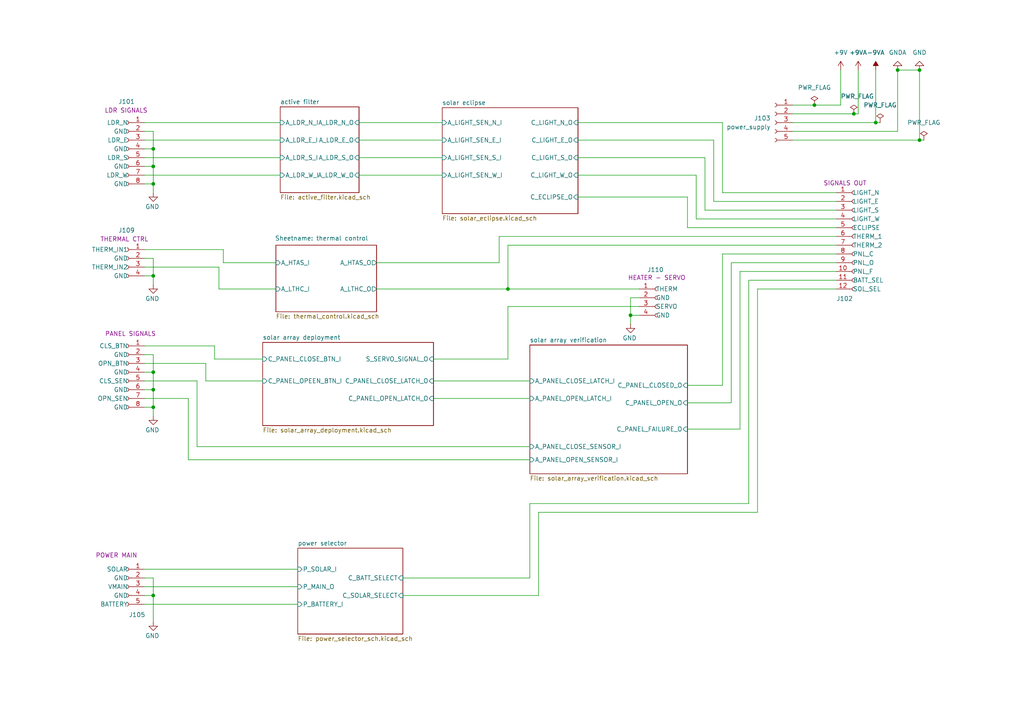
<source format=kicad_sch>
(kicad_sch (version 20250114) (generator "eeschema") (generator_version "9.0")
  (paper "A4")
  (title_block (title "main") (date "2026-01-28") (rev "1") (company "LKP Systemes"))
  (lib_symbols
    (symbol "Conn_01x04_Socket_1" (pin_names (offset 1.016))
      (property "Reference" "J110" (at -2.794 8.128 0))
      (property "Purpose" "THERM SERVO" (at -3.556 -8.636 0))
      (symbol "Conn_01x04_Socket_1_1_1"
        (polyline (pts (xy -1.27 2.54) (xy -0.508 2.54)) (stroke (width 0.1524)))
        (polyline (pts (xy -1.27 0) (xy -0.508 0)) (stroke (width 0.1524)))
        (polyline (pts (xy -1.27 -2.54) (xy -0.508 -2.54)) (stroke (width 0.1524)))
        (polyline (pts (xy -1.27 -5.08) (xy -0.508 -5.08)) (stroke (width 0.1524)))
        (arc (start 0 2.032) (mid -0.5058 2.54) (end 0 3.048) (stroke (width 0.1524)))
        (arc (start 0 -0.508) (mid -0.5058 0) (end 0 0.508) (stroke (width 0.1524)))
        (arc (start 0 -3.048) (mid -0.5058 -2.54) (end 0 -2.032) (stroke (width 0.1524)))
        (arc (start 0 -5.588) (mid -0.5058 -5.08) (end 0 -4.572) (stroke (width 0.1524)))
        (pin passive line (at -5.08 2.54 0) (length 3.81) (name "THERM") (number "1"))
        (pin passive line (at -5.08 0 0) (length 3.81) (name "GND") (number "2"))
        (pin passive line (at -5.08 -2.54 0) (length 3.81) (name "SERVO") (number "3"))
        (pin passive line (at -5.08 -5.08 0) (length 3.81) (name "GND") (number "4"))
      )
    )
    (symbol "Conn_01x05_Socket_1" (pin_names (offset 1.016))
      (property "Reference" "J105" (at -5.334 -8.128 0))
      (property "Purpose" "POWER MAIN" (at 3.048 9.144 0))
      (symbol "Conn_01x05_Socket_1_1_1"
        (polyline (pts (xy -1.27 5.08) (xy -0.508 5.08)) (stroke (width 0.1524)))
        (polyline (pts (xy -1.27 2.54) (xy -0.508 2.54)) (stroke (width 0.1524)))
        (polyline (pts (xy -1.27 0) (xy -0.508 0)) (stroke (width 0.1524)))
        (polyline (pts (xy -1.27 -2.54) (xy -0.508 -2.54)) (stroke (width 0.1524)))
        (polyline (pts (xy -1.27 -5.08) (xy -0.508 -5.08)) (stroke (width 0.1524)))
        (arc (start 0 4.572) (mid -0.5058 5.08) (end 0 5.588) (stroke (width 0.1524)))
        (arc (start 0 2.032) (mid -0.5058 2.54) (end 0 3.048) (stroke (width 0.1524)))
        (arc (start 0 -0.508) (mid -0.5058 0) (end 0 0.508) (stroke (width 0.1524)))
        (arc (start 0 -3.048) (mid -0.5058 -2.54) (end 0 -2.032) (stroke (width 0.1524)))
        (arc (start 0 -5.588) (mid -0.5058 -5.08) (end 0 -4.572) (stroke (width 0.1524)))
        (pin passive line (at -5.08 5.08 0) (length 3.81) (name "SOLAR") (number "1"))
        (pin passive line (at -5.08 2.54 0) (length 3.81) (name "GND") (number "2"))
        (pin passive line (at -5.08 0 0) (length 3.81) (name "VMAIN") (number "3"))
        (pin passive line (at -5.08 -2.54 0) (length 3.81) (name "GND") (number "4"))
        (pin passive line (at -5.08 -5.08 0) (length 3.81) (name "BATTERY") (number "5"))
      )
    )
    (symbol "Conn_01x10_Socket_1" (pin_names (offset 1.016))
      (property "Reference" "J101" (at -2.032 18.288 0))
      (property "Value" "Conn_01x10_Socket" (at -5.334 16.256 0))
      (property "Purpose" "SIGNALS IN" (at 0.254 13.716 0))
      (symbol "Conn_01x10_Socket_1_1_1"
        (polyline (pts (xy -1.27 10.16) (xy -0.508 10.16)) (stroke (width 0.1524)))
        (polyline (pts (xy -1.27 7.62) (xy -0.508 7.62)) (stroke (width 0.1524)))
        (polyline (pts (xy -1.27 5.08) (xy -0.508 5.08)) (stroke (width 0.1524)))
        (polyline (pts (xy -1.27 2.54) (xy -0.508 2.54)) (stroke (width 0.1524)))
        (polyline (pts (xy -1.27 0) (xy -0.508 0)) (stroke (width 0.1524)))
        (polyline (pts (xy -1.27 -2.54) (xy -0.508 -2.54)) (stroke (width 0.1524)))
        (polyline (pts (xy -1.27 -5.08) (xy -0.508 -5.08)) (stroke (width 0.1524)))
        (polyline (pts (xy -1.27 -7.62) (xy -0.508 -7.62)) (stroke (width 0.1524)))
        (arc (start 0 9.652) (mid -0.5058 10.16) (end 0 10.668) (stroke (width 0.1524)))
        (arc (start 0 7.112) (mid -0.5058 7.62) (end 0 8.128) (stroke (width 0.1524)))
        (arc (start 0 4.572) (mid -0.5058 5.08) (end 0 5.588) (stroke (width 0.1524)))
        (arc (start 0 2.032) (mid -0.5058 2.54) (end 0 3.048) (stroke (width 0.1524)))
        (arc (start 0 -0.508) (mid -0.5058 0) (end 0 0.508) (stroke (width 0.1524)))
        (arc (start 0 -3.048) (mid -0.5058 -2.54) (end 0 -2.032) (stroke (width 0.1524)))
        (arc (start 0 -5.588) (mid -0.5058 -5.08) (end 0 -4.572) (stroke (width 0.1524)))
        (arc (start 0 -8.128) (mid -0.5058 -7.62) (end 0 -7.112) (stroke (width 0.1524)))
        (pin passive line (at -5.08 10.16 0) (length 3.81) (name "LDR_N") (number "1"))
        (pin passive line (at -5.08 7.62 0) (length 3.81) (name "GND") (number "2"))
        (pin passive line (at -5.08 5.08 0) (length 3.81) (name "LDR_E") (number "3"))
        (pin passive line (at -5.08 2.54 0) (length 3.81) (name "GND") (number "4"))
        (pin passive line (at -5.08 0 0) (length 3.81) (name "LDR_S") (number "5"))
        (pin passive line (at -5.08 -2.54 0) (length 3.81) (name "GND") (number "6"))
        (pin passive line (at -5.08 -5.08 0) (length 3.81) (name "LDR_W") (number "7"))
        (pin passive line (at -5.08 -7.62 0) (length 3.81) (name "GND") (number "8"))
      )
    )
    (symbol "Conn_01x12_Socket_1" (pin_names (offset 1.016))
      (property "Reference" "J102" (at -5.08 -18.034 0))
      (property "Purpose" "SIGNALS OUT" (at -2.54 15.494 0))
      (symbol "Conn_01x12_Socket_1_1_1"
        (polyline (pts (xy -1.27 12.7) (xy -0.508 12.7)) (stroke (width 0.1524)))
        (polyline (pts (xy -1.27 10.16) (xy -0.508 10.16)) (stroke (width 0.1524)))
        (polyline (pts (xy -1.27 7.62) (xy -0.508 7.62)) (stroke (width 0.1524)))
        (polyline (pts (xy -1.27 5.08) (xy -0.508 5.08)) (stroke (width 0.1524)))
        (polyline (pts (xy -1.27 2.54) (xy -0.508 2.54)) (stroke (width 0.1524)))
        (polyline (pts (xy -1.27 0) (xy -0.508 0)) (stroke (width 0.1524)))
        (polyline (pts (xy -1.27 -2.54) (xy -0.508 -2.54)) (stroke (width 0.1524)))
        (polyline (pts (xy -1.27 -5.08) (xy -0.508 -5.08)) (stroke (width 0.1524)))
        (polyline (pts (xy -1.27 -7.62) (xy -0.508 -7.62)) (stroke (width 0.1524)))
        (polyline (pts (xy -1.27 -10.16) (xy -0.508 -10.16)) (stroke (width 0.1524)))
        (polyline (pts (xy -1.27 -12.7) (xy -0.508 -12.7)) (stroke (width 0.1524)))
        (polyline (pts (xy -1.27 -15.24) (xy -0.508 -15.24)) (stroke (width 0.1524)))
        (arc (start 0 12.192) (mid -0.5058 12.7) (end 0 13.208) (stroke (width 0.1524)))
        (arc (start 0 9.652) (mid -0.5058 10.16) (end 0 10.668) (stroke (width 0.1524)))
        (arc (start 0 7.112) (mid -0.5058 7.62) (end 0 8.128) (stroke (width 0.1524)))
        (arc (start 0 4.572) (mid -0.5058 5.08) (end 0 5.588) (stroke (width 0.1524)))
        (arc (start 0 2.032) (mid -0.5058 2.54) (end 0 3.048) (stroke (width 0.1524)))
        (arc (start 0 -0.508) (mid -0.5058 0) (end 0 0.508) (stroke (width 0.1524)))
        (arc (start 0 -3.048) (mid -0.5058 -2.54) (end 0 -2.032) (stroke (width 0.1524)))
        (arc (start 0 -5.588) (mid -0.5058 -5.08) (end 0 -4.572) (stroke (width 0.1524)))
        (arc (start 0 -8.128) (mid -0.5058 -7.62) (end 0 -7.112) (stroke (width 0.1524)))
        (arc (start 0 -10.668) (mid -0.5058 -10.16) (end 0 -9.652) (stroke (width 0.1524)))
        (arc (start 0 -13.208) (mid -0.5058 -12.7) (end 0 -12.192) (stroke (width 0.1524)))
        (arc (start 0 -15.748) (mid -0.5058 -15.24) (end 0 -14.732) (stroke (width 0.1524)))
        (pin passive line (at -5.08 12.7 0) (length 3.81) (name "LIGHT_N") (number "1"))
        (pin passive line (at -5.08 10.16 0) (length 3.81) (name "LIGHT_E") (number "2"))
        (pin passive line (at -5.08 7.62 0) (length 3.81) (name "LIGHT_S") (number "3"))
        (pin passive line (at -5.08 5.08 0) (length 3.81) (name "LIGHT_W") (number "4"))
        (pin passive line (at -5.08 2.54 0) (length 3.81) (name "ECLIPSE") (number "5"))
        (pin passive line (at -5.08 0 0) (length 3.81) (name "THERM_1") (number "6"))
        (pin passive line (at -5.08 -2.54 0) (length 3.81) (name "THERM_2") (number "7"))
        (pin passive line (at -5.08 -5.08 0) (length 3.81) (name "PNL_C") (number "8"))
        (pin passive line (at -5.08 -7.62 0) (length 3.81) (name "PNL_O") (number "9"))
        (pin passive line (at -5.08 -10.16 0) (length 3.81) (name "PNL_F") (number "10"))
        (pin passive line (at -5.08 -12.7 0) (length 3.81) (name "BATT_SEL") (number "11"))
        (pin passive line (at -5.08 -15.24 0) (length 3.81) (name "SOL_SEL") (number "12"))
      )
    )
    (symbol "Connector:Conn_01x04_Socket" (pin_names (offset 1.016))
      (property "Reference" "J109" (at -2.286 8.128 0))
      (property "Purpose" "THERMAL CTRL" (at 0.762 5.588 0))
      (symbol "Conn_01x04_Socket_1_1"
        (polyline (pts (xy -1.27 2.54) (xy -0.508 2.54)) (stroke (width 0.1524)))
        (polyline (pts (xy -1.27 0) (xy -0.508 0)) (stroke (width 0.1524)))
        (polyline (pts (xy -1.27 -2.54) (xy -0.508 -2.54)) (stroke (width 0.1524)))
        (polyline (pts (xy -1.27 -5.08) (xy -0.508 -5.08)) (stroke (width 0.1524)))
        (arc (start 0 2.032) (mid -0.5058 2.54) (end 0 3.048) (stroke (width 0.1524)))
        (arc (start 0 -0.508) (mid -0.5058 0) (end 0 0.508) (stroke (width 0.1524)))
        (arc (start 0 -3.048) (mid -0.5058 -2.54) (end 0 -2.032) (stroke (width 0.1524)))
        (arc (start 0 -5.588) (mid -0.5058 -5.08) (end 0 -4.572) (stroke (width 0.1524)))
        (pin passive line (at -5.08 2.54 0) (length 3.81) (name "THERM_IN1") (number "1"))
        (pin passive line (at -5.08 0 0) (length 3.81) (name "GND") (number "2"))
        (pin passive line (at -5.08 -2.54 0) (length 3.81) (name "THERM_IN2") (number "3"))
        (pin passive line (at -5.08 -5.08 0) (length 3.81) (name "GND") (number "4"))
      )
    )
    (symbol "Connector:Conn_01x05_Socket" (pin_names (offset 1.016) (hide yes))
      (property "Reference" "J" (at 0 7.62 0))
      (property "Value" "Conn_01x05_Socket" (at 0 -7.62 0))
      (symbol "Conn_01x05_Socket_1_1"
        (polyline (pts (xy -1.27 5.08) (xy -0.508 5.08)) (stroke (width 0.1524)))
        (polyline (pts (xy -1.27 2.54) (xy -0.508 2.54)) (stroke (width 0.1524)))
        (polyline (pts (xy -1.27 0) (xy -0.508 0)) (stroke (width 0.1524)))
        (polyline (pts (xy -1.27 -2.54) (xy -0.508 -2.54)) (stroke (width 0.1524)))
        (polyline (pts (xy -1.27 -5.08) (xy -0.508 -5.08)) (stroke (width 0.1524)))
        (arc (start 0 4.572) (mid -0.5058 5.08) (end 0 5.588) (stroke (width 0.1524)))
        (arc (start 0 2.032) (mid -0.5058 2.54) (end 0 3.048) (stroke (width 0.1524)))
        (arc (start 0 -0.508) (mid -0.5058 0) (end 0 0.508) (stroke (width 0.1524)))
        (arc (start 0 -3.048) (mid -0.5058 -2.54) (end 0 -2.032) (stroke (width 0.1524)))
        (arc (start 0 -5.588) (mid -0.5058 -5.08) (end 0 -4.572) (stroke (width 0.1524)))
        (pin passive line (at -5.08 5.08 0) (length 3.81) (name "Pin_1") (number "1"))
        (pin passive line (at -5.08 2.54 0) (length 3.81) (name "Pin_2") (number "2"))
        (pin passive line (at -5.08 0 0) (length 3.81) (name "Pin_3") (number "3"))
        (pin passive line (at -5.08 -2.54 0) (length 3.81) (name "Pin_4") (number "4"))
        (pin passive line (at -5.08 -5.08 0) (length 3.81) (name "Pin_5") (number "5"))
      )
    )
    (symbol "Connector:Conn_01x12_Socket" (pin_names (offset 1.016))
      (property "Value" "Conn_01x08_Socket" (at -10.668 -11.684 0))
      (property "Purpose" "PANEL SIGNALS" (at -1.016 16.256 0))
      (symbol "Conn_01x12_Socket_1_1"
        (polyline (pts (xy -1.27 12.7) (xy -0.508 12.7)) (stroke (width 0.1524)))
        (polyline (pts (xy -1.27 10.16) (xy -0.508 10.16)) (stroke (width 0.1524)))
        (polyline (pts (xy -1.27 7.62) (xy -0.508 7.62)) (stroke (width 0.1524)))
        (polyline (pts (xy -1.27 5.08) (xy -0.508 5.08)) (stroke (width 0.1524)))
        (polyline (pts (xy -1.27 2.54) (xy -0.508 2.54)) (stroke (width 0.1524)))
        (polyline (pts (xy -1.27 0) (xy -0.508 0)) (stroke (width 0.1524)))
        (polyline (pts (xy -1.27 -2.54) (xy -0.508 -2.54)) (stroke (width 0.1524)))
        (polyline (pts (xy -1.27 -5.08) (xy -0.508 -5.08)) (stroke (width 0.1524)))
        (arc (start 0 12.192) (mid -0.5058 12.7) (end 0 13.208) (stroke (width 0.1524)))
        (arc (start 0 9.652) (mid -0.5058 10.16) (end 0 10.668) (stroke (width 0.1524)))
        (arc (start 0 7.112) (mid -0.5058 7.62) (end 0 8.128) (stroke (width 0.1524)))
        (arc (start 0 4.572) (mid -0.5058 5.08) (end 0 5.588) (stroke (width 0.1524)))
        (arc (start 0 2.032) (mid -0.5058 2.54) (end 0 3.048) (stroke (width 0.1524)))
        (arc (start 0 -0.508) (mid -0.5058 0) (end 0 0.508) (stroke (width 0.1524)))
        (arc (start 0 -3.048) (mid -0.5058 -2.54) (end 0 -2.032) (stroke (width 0.1524)))
        (arc (start 0 -5.588) (mid -0.5058 -5.08) (end 0 -4.572) (stroke (width 0.1524)))
        (pin passive line (at -5.08 12.7 0) (length 3.81) (name "CLS_BTN") (number "1"))
        (pin passive line (at -5.08 10.16 0) (length 3.81) (name "GND") (number "2"))
        (pin passive line (at -5.08 7.62 0) (length 3.81) (name "OPN_BTN") (number "3"))
        (pin passive line (at -5.08 5.08 0) (length 3.81) (name "GND") (number "4"))
        (pin passive line (at -5.08 2.54 0) (length 3.81) (name "CLS_SEN") (number "5"))
        (pin passive line (at -5.08 0 0) (length 3.81) (name "GND") (number "6"))
        (pin passive line (at -5.08 -2.54 0) (length 3.81) (name "OPN_SEN") (number "7"))
        (pin passive line (at -5.08 -5.08 0) (length 3.81) (name "GND") (number "8"))
      )
    )
    (symbol "power:+9V" (power) (pin_numbers (hide yes)) (pin_names (offset 0) (hide yes))
      (property "Value" "+9V" (at 0 3.556 0))
      (symbol "+9V_0_1"
        (polyline (pts (xy -0.762 1.27) (xy 0 2.54)))
        (polyline (pts (xy 0 2.54) (xy 0.762 1.27)))
        (polyline (pts (xy 0 0) (xy 0 2.54)))
      )
      (symbol "+9V_1_1"
        (pin power_in line (at 0 0 90) (length 0) (name "~") (number "1"))
      )
    )
    (symbol "power:+9VA" (power) (pin_numbers (hide yes)) (pin_names (offset 0) (hide yes))
      (property "Value" "+9VA" (at 0 3.556 0))
      (symbol "+9VA_0_1"
        (polyline (pts (xy -0.762 1.27) (xy 0 2.54)))
        (polyline (pts (xy 0 2.54) (xy 0.762 1.27)))
        (polyline (pts (xy 0 0) (xy 0 2.54)))
      )
      (symbol "+9VA_1_1"
        (pin power_in line (at 0 0 90) (length 0) (name "~") (number "1"))
      )
    )
    (symbol "power:-9VA" (power) (pin_numbers (hide yes)) (pin_names (offset 0) (hide yes))
      (property "Value" "-9VA" (at 0 3.556 0))
      (symbol "-9VA_0_1"
        (polyline (pts (xy 0 0) (xy 0 2.54)))
        (polyline (pts (xy 0.762 1.27) (xy -0.762 1.27) (xy 0 2.54) (xy 0.762 1.27)) (fill (type outline)))
      )
      (symbol "-9VA_1_1"
        (pin power_in line (at 0 0 90) (length 0) (name "~") (number "1"))
      )
    )
    (symbol "power:GND" (power) (pin_numbers (hide yes)) (pin_names (offset 0) (hide yes))
      (property "Value" "GND" (at 0 -3.81 0))
      (symbol "GND_0_1"
        (polyline (pts (xy 0 0) (xy 0 -1.27) (xy 1.27 -1.27) (xy 0 -2.54) (xy -1.27 -1.27) (xy 0 -1.27)))
      )
      (symbol "GND_1_1"
        (pin power_in line (at 0 0 270) (length 0) (name "~") (number "1"))
      )
    )
    (symbol "power:GNDA" (power) (pin_numbers (hide yes)) (pin_names (offset 0) (hide yes))
      (property "Value" "GNDA" (at 0 -3.81 0))
      (symbol "GNDA_0_1"
        (polyline (pts (xy 0 0) (xy 0 -1.27) (xy 1.27 -1.27) (xy 0 -2.54) (xy -1.27 -1.27) (xy 0 -1.27)))
      )
      (symbol "GNDA_1_1"
        (pin power_in line (at 0 0 270) (length 0) (name "~") (number "1"))
      )
    )
    (symbol "power:PWR_FLAG" (power) (pin_numbers (hide yes)) (pin_names (offset 0) (hide yes))
      (property "Value" "PWR_FLAG" (at 0 3.81 0))
      (symbol "PWR_FLAG_0_0"
        (pin power_out line (at 0 0 90) (length 0) (name "~") (number "1"))
      )
      (symbol "PWR_FLAG_0_1"
        (polyline (pts (xy 0 0) (xy 0 1.27) (xy -1.016 1.905) (xy 0 2.54) (xy 1.016 1.905) (xy 0 1.27)))
      )
    )
  )
  (junction (at 44.45 172.72))
  (junction (at 147.32 83.82))
  (junction (at 44.45 80.01))
  (junction (at 254 35.56))
  (junction (at 44.45 118.11))
  (junction (at 266.7 20.32))
  (junction (at 247.65 33.02))
  (junction (at 44.45 43.18))
  (junction (at 236.22 30.48))
  (junction (at 266.7 40.64))
  (junction (at 44.45 48.26))
  (junction (at 44.45 107.95))
  (junction (at 182.88 91.44))
  (junction (at 44.45 113.03))
  (junction (at 44.45 53.34))
  (junction (at 260.35 20.32))
  (wire (pts (xy 266.7 40.64) (xy 266.7 20.32)))
  (wire (pts (xy 182.88 91.44) (xy 185.42 91.44)))
  (wire (pts (xy 242.57 83.82) (xy 219.71 83.82)))
  (wire (pts (xy 182.88 91.44) (xy 182.88 93.98)))
  (wire (pts (xy 125.73 115.57) (xy 153.67 115.57)))
  (wire (pts (xy 44.45 118.11) (xy 44.45 113.03)))
  (wire (pts (xy 201.93 63.5) (xy 242.57 63.5)))
  (wire (pts (xy 41.91 175.26) (xy 86.36 175.26)))
  (wire (pts (xy 44.45 53.34) (xy 41.91 53.34)))
  (wire (pts (xy 167.64 35.56) (xy 209.55 35.56)))
  (wire (pts (xy 247.65 33.02) (xy 248.92 33.02)))
  (wire (pts (xy 44.45 107.95) (xy 41.91 107.95)))
  (wire (pts (xy 44.45 53.34) (xy 44.45 48.26)))
  (wire (pts (xy 147.32 88.9) (xy 147.32 104.14)))
  (wire (pts (xy 41.91 35.56) (xy 81.28 35.56)))
  (wire (pts (xy 44.45 102.87) (xy 41.91 102.87)))
  (wire (pts (xy 41.91 77.47) (xy 63.5 77.47)))
  (wire (pts (xy 219.71 83.82) (xy 219.71 148.59)))
  (wire (pts (xy 44.45 113.03) (xy 44.45 107.95)))
  (wire (pts (xy 104.14 35.56) (xy 128.27 35.56)))
  (wire (pts (xy 199.39 124.46) (xy 214.63 124.46)))
  (wire (pts (xy 41.91 72.39) (xy 64.77 72.39)))
  (wire (pts (xy 44.45 74.93) (xy 41.91 74.93)))
  (wire (pts (xy 182.88 86.36) (xy 185.42 86.36)))
  (wire (pts (xy 54.61 133.35) (xy 153.67 133.35)))
  (wire (pts (xy 204.47 45.72) (xy 204.47 60.96)))
  (wire (pts (xy 44.45 43.18) (xy 41.91 43.18)))
  (wire (pts (xy 44.45 118.11) (xy 41.91 118.11)))
  (wire (pts (xy 64.77 72.39) (xy 64.77 76.2)))
  (wire (pts (xy 217.17 81.28) (xy 242.57 81.28)))
  (wire (pts (xy 167.64 45.72) (xy 204.47 45.72)))
  (wire (pts (xy 44.45 113.03) (xy 41.91 113.03)))
  (wire (pts (xy 147.32 83.82) (xy 147.32 71.12)))
  (wire (pts (xy 212.09 76.2) (xy 242.57 76.2)))
  (wire (pts (xy 209.55 111.76) (xy 209.55 73.66)))
  (wire (pts (xy 214.63 78.74) (xy 242.57 78.74)))
  (wire (pts (xy 64.77 76.2) (xy 80.01 76.2)))
  (wire (pts (xy 125.73 110.49) (xy 153.67 110.49)))
  (wire (pts (xy 109.22 83.82) (xy 147.32 83.82)))
  (wire (pts (xy 209.55 35.56) (xy 209.55 55.88)))
  (wire (pts (xy 147.32 83.82) (xy 185.42 83.82)))
  (wire (pts (xy 182.88 91.44) (xy 182.88 86.36)))
  (wire (pts (xy 243.84 20.32) (xy 243.84 30.48)))
  (wire (pts (xy 41.91 40.64) (xy 81.28 40.64)))
  (wire (pts (xy 167.64 50.8) (xy 201.93 50.8)))
  (wire (pts (xy 41.91 100.33) (xy 62.23 100.33)))
  (wire (pts (xy 44.45 38.1) (xy 41.91 38.1)))
  (wire (pts (xy 147.32 88.9) (xy 185.42 88.9)))
  (wire (pts (xy 209.55 55.88) (xy 242.57 55.88)))
  (wire (pts (xy 44.45 167.64) (xy 41.91 167.64)))
  (wire (pts (xy 76.2 110.49) (xy 59.69 110.49)))
  (wire (pts (xy 214.63 124.46) (xy 214.63 78.74)))
  (wire (pts (xy 57.15 129.54) (xy 57.15 110.49)))
  (wire (pts (xy 199.39 116.84) (xy 212.09 116.84)))
  (wire (pts (xy 62.23 104.14) (xy 76.2 104.14)))
  (wire (pts (xy 44.45 80.01) (xy 41.91 80.01)))
  (wire (pts (xy 57.15 110.49) (xy 41.91 110.49)))
  (wire (pts (xy 217.17 146.05) (xy 217.17 81.28)))
  (wire (pts (xy 167.64 40.64) (xy 207.01 40.64)))
  (wire (pts (xy 156.21 148.59) (xy 156.21 172.72)))
  (wire (pts (xy 147.32 71.12) (xy 242.57 71.12)))
  (wire (pts (xy 59.69 105.41) (xy 59.69 110.49)))
  (wire (pts (xy 44.45 48.26) (xy 41.91 48.26)))
  (wire (pts (xy 229.87 40.64) (xy 266.7 40.64)))
  (wire (pts (xy 254 20.32) (xy 254 35.56)))
  (wire (pts (xy 199.39 66.04) (xy 242.57 66.04)))
  (wire (pts (xy 44.45 82.55) (xy 44.45 80.01)))
  (wire (pts (xy 57.15 129.54) (xy 153.67 129.54)))
  (wire (pts (xy 229.87 38.1) (xy 260.35 38.1)))
  (wire (pts (xy 199.39 57.15) (xy 199.39 66.04)))
  (wire (pts (xy 260.35 38.1) (xy 260.35 20.32)))
  (wire (pts (xy 229.87 33.02) (xy 247.65 33.02)))
  (wire (pts (xy 44.45 107.95) (xy 44.45 102.87)))
  (wire (pts (xy 62.23 100.33) (xy 62.23 104.14)))
  (wire (pts (xy 201.93 50.8) (xy 201.93 63.5)))
  (wire (pts (xy 209.55 73.66) (xy 242.57 73.66)))
  (wire (pts (xy 125.73 104.14) (xy 147.32 104.14)))
  (wire (pts (xy 41.91 115.57) (xy 54.61 115.57)))
  (wire (pts (xy 116.84 167.64) (xy 153.67 167.64)))
  (wire (pts (xy 104.14 50.8) (xy 128.27 50.8)))
  (wire (pts (xy 44.45 120.65) (xy 44.45 118.11)))
  (wire (pts (xy 153.67 167.64) (xy 153.67 146.05)))
  (wire (pts (xy 207.01 40.64) (xy 207.01 58.42)))
  (wire (pts (xy 156.21 172.72) (xy 116.84 172.72)))
  (wire (pts (xy 44.45 172.72) (xy 41.91 172.72)))
  (wire (pts (xy 204.47 60.96) (xy 242.57 60.96)))
  (wire (pts (xy 266.7 40.64) (xy 267.97 40.64)))
  (wire (pts (xy 41.91 50.8) (xy 81.28 50.8)))
  (wire (pts (xy 104.14 40.64) (xy 128.27 40.64)))
  (wire (pts (xy 44.45 80.01) (xy 44.45 74.93)))
  (wire (pts (xy 44.45 43.18) (xy 44.45 38.1)))
  (wire (pts (xy 219.71 148.59) (xy 156.21 148.59)))
  (wire (pts (xy 63.5 77.47) (xy 63.5 83.82)))
  (wire (pts (xy 44.45 172.72) (xy 44.45 180.34)))
  (wire (pts (xy 153.67 146.05) (xy 217.17 146.05)))
  (wire (pts (xy 44.45 55.88) (xy 44.45 53.34)))
  (wire (pts (xy 41.91 170.18) (xy 86.36 170.18)))
  (wire (pts (xy 199.39 111.76) (xy 209.55 111.76)))
  (wire (pts (xy 41.91 105.41) (xy 59.69 105.41)))
  (wire (pts (xy 44.45 48.26) (xy 44.45 43.18)))
  (wire (pts (xy 236.22 30.48) (xy 243.84 30.48)))
  (wire (pts (xy 167.64 57.15) (xy 199.39 57.15)))
  (wire (pts (xy 212.09 116.84) (xy 212.09 76.2)))
  (wire (pts (xy 144.78 68.58) (xy 242.57 68.58)))
  (wire (pts (xy 41.91 165.1) (xy 86.36 165.1)))
  (wire (pts (xy 54.61 133.35) (xy 54.61 115.57)))
  (wire (pts (xy 260.35 20.32) (xy 266.7 20.32)))
  (wire (pts (xy 229.87 35.56) (xy 254 35.56)))
  (wire (pts (xy 254 35.56) (xy 255.27 35.56)))
  (wire (pts (xy 41.91 45.72) (xy 81.28 45.72)))
  (wire (pts (xy 248.92 20.32) (xy 248.92 33.02)))
  (wire (pts (xy 63.5 83.82) (xy 80.01 83.82)))
  (wire (pts (xy 44.45 172.72) (xy 44.45 167.64)))
  (wire (pts (xy 207.01 58.42) (xy 242.57 58.42)))
  (wire (pts (xy 104.14 45.72) (xy 128.27 45.72)))
  (wire (pts (xy 109.22 76.2) (xy 144.78 76.2)))
  (wire (pts (xy 229.87 30.48) (xy 236.22 30.48)))
  (wire (pts (xy 144.78 76.2) (xy 144.78 68.58)))
  (symbol (lib_id "power:GND") (at 44.45 120.65 0) (unit 1)
    (property "Reference" "#PWR0148" (effects (hide yes)))
    (property "Value" "GND" (at 46.228 124.714 0) (effects (justify right)))
    (property "Description" "Power symbol creates a global label with name \"GND\" , ground" (effects (hide yes)))
  )
  (symbol (lib_id "Connector:Conn_01x04_Socket") (at 36.83 74.93 0) (mirror y) (unit 1)
    (property "Reference" "J109" (at 39.116 66.802 0) (effects (justify left)))
    (property "Value" "Conn_01x04_Socket" (effects (hide yes)))
    (property "Footprint" "TerminalBlock_Phoenix:TerminalBlock_Phoenix_MPT-0,5-4-2.54_1x04_P2.54mm_Horizontal" (effects (hide yes)))
    (property "Description" "Generic connector, single row, 01x04, script generated" (effects (hide yes)))
    (property "Purpose" "THERMAL CTRL" (at 36.068 69.342 0))
  )
  (symbol (lib_id "power:GND") (at 44.45 55.88 0) (unit 1)
    (property "Reference" "#PWR0146" (effects (hide yes)))
    (property "Value" "GND" (at 46.228 59.944 0) (effects (justify right)))
    (property "Description" "Power symbol creates a global label with name \"GND\" , ground" (effects (hide yes)))
  )
  (symbol (lib_id "power:GND") (at 44.45 82.55 0) (unit 1)
    (property "Reference" "#PWR0147" (effects (hide yes)))
    (property "Value" "GND" (at 46.228 86.614 0) (effects (justify right)))
    (property "Description" "Power symbol creates a global label with name \"GND\" , ground" (effects (hide yes)))
  )
  (symbol (lib_id "power:GND") (at 44.45 180.34 0) (unit 1)
    (property "Reference" "#PWR0149" (effects (hide yes)))
    (property "Value" "GND" (at 46.228 184.404 0) (effects (justify right)))
    (property "Description" "Power symbol creates a global label with name \"GND\" , ground" (effects (hide yes)))
  )
  (symbol (lib_id "power:GND") (at 182.88 93.98 0) (unit 1)
    (property "Reference" "#PWR0150" (effects (hide yes)))
    (property "Value" "GND" (at 184.658 98.044 0) (effects (justify right)))
    (property "Description" "Power symbol creates a global label with name \"GND\" , ground" (effects (hide yes)))
  )
  (symbol (lib_name "Conn_01x05_Socket_1") (lib_id "Connector:Conn_01x05_Socket") (at 36.83 170.18 0) (mirror y) (unit 1)
    (property "Reference" "J105" (at 42.164 178.308 0) (effects (justify left)))
    (property "Value" "Conn_01x05_Socket" (effects (hide yes)))
    (property "Footprint" "TerminalBlock_Phoenix:TerminalBlock_Phoenix_MKDS-3-5-5.08_1x05_P5.08mm_Horizontal" (effects (hide yes)))
    (property "Description" "Generic connector, single row, 01x05, script generated" (effects (hide yes)))
    (property "Purpose" "POWER MAIN" (at 33.782 161.036 0))
  )
  (symbol (lib_id "power:PWR_FLAG") (at 267.97 40.64 0) (unit 1)
    (property "Reference" "#FLG0102" (effects (hide yes)))
    (property "Value" "PWR_FLAG" (at 267.97 35.56 0))
    (property "Description" "Special symbol for telling ERC where power comes from" (effects (hide yes)))
  )
  (symbol (lib_id "Connector:Conn_01x12_Socket") (at 36.83 113.03 0) (mirror y) (unit 1)
    (property "Reference" "J108" (effects (hide yes)))
    (property "Value" "Conn_01x08_Socket" (effects (hide yes)))
    (property "Footprint" "TerminalBlock_Phoenix:TerminalBlock_Phoenix_MPT-0,5-8-2.54_1x08_P2.54mm_Horizontal" (effects (hide yes)))
    (property "Description" "Generic connector, single row, 01x12, script generated" (effects (hide yes)))
    (property "Purpose" "PANEL SIGNALS" (at 37.846 96.774 0))
  )
  (symbol (lib_name "Conn_01x10_Socket_1") (lib_id "Connector:Conn_01x10_Socket") (at 36.83 45.72 0) (mirror y) (unit 1)
    (property "Reference" "J101" (at 39.116 29.464 0) (effects (justify left)))
    (property "Value" "Conn_01x10_Socket" (effects (hide yes)))
    (property "Footprint" "TerminalBlock_Phoenix:TerminalBlock_Phoenix_MPT-0,5-8-2.54_1x08_P2.54mm_Horizontal" (effects (hide yes)))
    (property "Description" "Generic connector, single row, 01x10, script generated" (effects (hide yes)))
    (property "Purpose" "LDR SIGNALS" (at 36.576 32.004 0))
  )
  (symbol (lib_id "Connector:Conn_01x05_Socket") (at 224.79 35.56 0) (mirror y) (unit 1)
    (property "Reference" "J103" (at 223.52 34.2899 0) (effects (justify left)))
    (property "Value" "power_supply" (at 223.52 36.8299 0) (effects (justify left)))
    (property "Footprint" "TerminalBlock_Phoenix:TerminalBlock_Phoenix_MKDS-3-5-5.08_1x05_P5.08mm_Horizontal" (effects (hide yes)))
    (property "Description" "Generic connector, single row, 01x05, script generated" (effects (hide yes)))
  )
  (symbol (lib_id "power:PWR_FLAG") (at 247.65 33.02 0) (unit 1)
    (property "Reference" "#FLG0108" (effects (hide yes)))
    (property "Value" "PWR_FLAG" (at 248.666 27.94 0))
    (property "Description" "Special symbol for telling ERC where power comes from" (effects (hide yes)))
  )
  (symbol (lib_name "Conn_01x12_Socket_1") (lib_id "Connector:Conn_01x12_Socket") (at 247.65 68.58 0) (unit 1)
    (property "Reference" "J102" (at 242.57 86.614 0) (effects (justify left)))
    (property "Value" "Conn_01x12_Socket" (effects (hide yes)))
    (property "Footprint" "Connector_PinSocket_2.00mm:PinSocket_1x12_P2.00mm_Vertical_SMD_Pin1Left" (effects (hide yes)))
    (property "Description" "Generic connector, single row, 01x12, script generated" (effects (hide yes)))
    (property "Purpose" "SIGNALS OUT" (at 245.11 53.086 0))
  )
  (symbol (lib_id "power:+9VA") (at 248.92 20.32 0) (unit 1)
    (property "Reference" "#PWR0101" (effects (hide yes)))
    (property "Value" "+9VA" (at 248.92 15.24 0))
    (property "Description" "Power symbol creates a global label with name \"+9VA\"" (effects (hide yes)))
  )
  (symbol (lib_id "power:GNDA") (at 260.35 20.32 180) (unit 1)
    (property "Reference" "#PWR0103" (effects (hide yes)))
    (property "Value" "GNDA" (at 260.35 15.24 0))
    (property "Description" "Power symbol creates a global label with name \"GNDA\" , analog ground" (effects (hide yes)))
  )
  (symbol (lib_name "Conn_01x04_Socket_1") (lib_id "Connector:Conn_01x04_Socket") (at 190.5 86.36 0) (unit 1)
    (property "Reference" "J110" (at 187.706 78.232 0) (effects (justify left)))
    (property "Value" "Conn_01x04_Socket" (effects (hide yes)))
    (property "Footprint" "TerminalBlock_Phoenix:TerminalBlock_Phoenix_MKDS-1,5-4_1x04_P5.00mm_Horizontal" (effects (hide yes)))
    (property "Description" "Generic connector, single row, 01x04, script generated" (effects (hide yes)))
    (property "Purpose" "HEATER - SERVO" (at 190.5 80.518 0))
  )
  (symbol (lib_id "power:PWR_FLAG") (at 236.22 30.48 0) (unit 1)
    (property "Reference" "#FLG01" (effects (hide yes)))
    (property "Value" "PWR_FLAG" (at 236.22 25.4 0))
    (property "Description" "Special symbol for telling ERC where power comes from" (effects (hide yes)))
  )
  (symbol (lib_id "power:PWR_FLAG") (at 255.27 35.56 0) (unit 1)
    (property "Reference" "#FLG03" (effects (hide yes)))
    (property "Value" "PWR_FLAG" (at 255.27 30.48 0))
    (property "Description" "Special symbol for telling ERC where power comes from" (effects (hide yes)))
  )
  (symbol (lib_id "power:+9V") (at 243.84 20.32 0) (unit 1)
    (property "Reference" "#PWR05" (effects (hide yes)))
    (property "Value" "+9V" (at 243.84 15.24 0))
    (property "Description" "Power symbol creates a global label with name \"+9V\"" (effects (hide yes)))
  )
  (symbol (lib_id "power:-9VA") (at 254 20.32 0) (unit 1)
    (property "Reference" "#PWR0104" (effects (hide yes)))
    (property "Value" "-9VA" (at 254 15.24 0))
    (property "Description" "Power symbol creates a global label with name \"-9VA\"" (effects (hide yes)))
  )
  (symbol (lib_id "power:GND") (at 266.7 20.32 0) (mirror x) (unit 1)
    (property "Reference" "#PWR0151" (effects (hide yes)))
    (property "Value" "GND" (at 266.7 15.24 0))
    (property "Description" "Power symbol creates a global label with name \"GND\" , ground" (effects (hide yes)))
  )
  (sheet (at 128.27 31.242) (size 39.37 30.734) (stroke (width 0.1524))
    (property "Sheetname" "solar eclipse" (at 128.27 30.5304 0) (effects (justify left bottom)))
    (property "Sheetfile" "solar_eclipse.kicad_sch" (at 128.27 62.5606 0) (effects (justify left top)))
    (pin "C_ECLIPSE_O" input (at 167.64 57.15 0))
    (pin "A_LIGHT_SEN_E_I" input (at 128.27 40.64 180))
    (pin "A_LIGHT_SEN_N_I" input (at 128.27 35.56 180))
    (pin "A_LIGHT_SEN_S_I" input (at 128.27 45.72 180))
    (pin "A_LIGHT_SEN_W_I" input (at 128.27 50.8 180))
    (pin "C_LIGHT_E_O" input (at 167.64 40.64 0))
    (pin "C_LIGHT_N_O" input (at 167.64 35.56 0))
    (pin "C_LIGHT_S_O" input (at 167.64 45.72 0))
    (pin "C_LIGHT_W_O" input (at 167.64 50.8 0))
  )
  (sheet (at 76.2 99.314) (size 49.53 24.13) (stroke (width 0.1524))
    (property "Sheetname" "solar array deployment" (at 76.2 98.6024 0) (effects (justify left bottom)))
    (property "Sheetfile" "solar_array_deployment.kicad_sch" (at 76.2 124.0286 0) (effects (justify left top)))
    (pin "C_PANEL_CLOSE_BTN_I" input (at 76.2 104.14 180))
    (pin "C_PANEL_OPEEN_BTN_I" input (at 76.2 110.49 180))
    (pin "C_PANEL_CLOSE_LATCH_O" input (at 125.73 110.49 0))
    (pin "C_PANEL_OPEN_LATCH_O" input (at 125.73 115.57 0))
    (pin "S_SERVO_SIGNAL_O" input (at 125.73 104.14 0))
  )
  (sheet (at 153.67 100.076) (size 45.72 37.338) (stroke (width 0.1524))
    (property "Sheetname" "solar array verification" (at 153.67 99.3644 0) (effects (justify left bottom)))
    (property "Sheetfile" "solar_array_verification.kicad_sch" (at 153.67 137.9986 0) (effects (justify left top)))
    (pin "A_PANEL_CLOSE_SENSOR_I" input (at 153.67 129.54 180))
    (pin "A_PANEL_CLOSE_LATCH_I" input (at 153.67 110.49 180))
    (pin "C_PANEL_FAILURE_O" input (at 199.39 124.46 0))
    (pin "A_PANEL_OPEN_LATCH_I" input (at 153.67 115.57 180))
    (pin "A_PANEL_OPEN_SENSOR_I" input (at 153.67 133.35 180))
    (pin "C_PANEL_CLOSED_O" input (at 199.39 111.76 0))
    (pin "C_PANEL_OPEN_O" input (at 199.39 116.84 0))
  )
  (sheet (at 81.28 30.988) (size 22.86 24.892) (stroke (width 0.1524))
    (property "Sheetname" "active filter" (at 81.28 30.2764 0) (effects (justify left bottom)))
    (property "Sheetfile" "active_filter.kicad_sch" (at 81.28 56.4646 0) (effects (justify left top)))
    (pin "A_LDR_N_I" input (at 81.28 35.56 180))
    (pin "A_LDR_E_I" input (at 81.28 40.64 180))
    (pin "A_LDR_S_I" input (at 81.28 45.72 180))
    (pin "A_LDR_W_I" input (at 81.28 50.8 180))
    (pin "A_LDR_N_O" input (at 104.14 35.56 0))
    (pin "A_LDR_E_O" input (at 104.14 40.64 0))
    (pin "A_LDR_S_O" input (at 104.14 45.72 0))
    (pin "A_LDR_W_O" input (at 104.14 50.8 0))
  )
  (sheet (at 86.36 159.004) (size 30.48 24.892) (stroke (width 0.1524))
    (property "Sheetname" "power selector" (at 86.36 158.2924 0) (effects (justify left bottom)))
    (property "Sheetfile" "power_selector_sch.kicad_sch" (at 86.36 184.4806 0) (effects (justify left top)))
    (pin "P_BATTERY_I" input (at 86.36 175.26 180))
    (pin "P_MAIN_O" input (at 86.36 170.18 180))
    (pin "P_SOLAR_I" input (at 86.36 165.1 180))
    (pin "C_BATT_SELECT" input (at 116.84 167.64 0))
    (pin "C_SOLAR_SELECT" input (at 116.84 172.72 0))
  )
  (sheet (at 80.01 71.12) (size 29.21 19.304) (stroke (width 0.1524))
    (property "Sheetname" "thermal control" (at 79.756 69.85 0) (show_name yes) (effects (justify left bottom)))
    (property "Sheetfile" "thermal_control.kicad_sch" (at 80.01 91.0086 0) (effects (justify left top)))
    (pin "A_HTAS_I" input (at 80.01 76.2 180))
    (pin "A_LTHC_I" input (at 80.01 83.82 180))
    (pin "A_HTAS_O" output (at 109.22 76.2 0))
    (pin "A_LTHC_O" output (at 109.22 83.82 0))
  )
)
</source>
